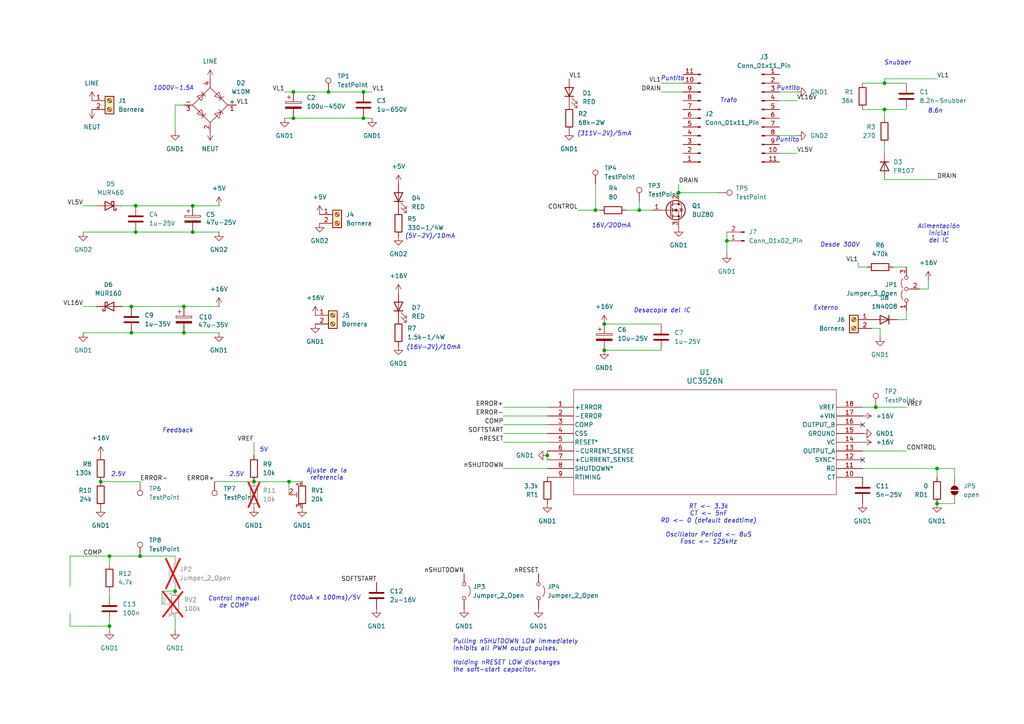
<source format=kicad_sch>
(kicad_sch (version 20250114) (generator "eeschema") (generator_version "9.0")
  (paper "A4")
  (title_block (title "TP2 - Convertidor Flyback") (date "2025-05-10") (company "22.28 - Electrónica de Potencia") (comment 1 "Grupo 3: CILFONE, DI SANZO, FIGUEROA, GIOIA, HEIR"))
  (lib_symbols
    (symbol "2025-05-07_14-56-34:UC3526N" (pin_names (offset 0.254))
      (property "Reference" "U" (at 45.72 10.16 0))
      (property "Value" "UC3526N" (at 45.72 7.62 0))
      (symbol "UC3526N_0_1"
        (pin unspecified line (at 0 0 0) (length 7.62) (name "+ERROR") (number "1"))
        (pin unspecified line (at 0 -2.54 0) (length 7.62) (name "-ERROR") (number "2"))
        (pin unspecified line (at 0 -5.08 0) (length 7.62) (name "COMP") (number "3"))
        (pin unspecified line (at 0 -7.62 0) (length 7.62) (name "CSS") (number "4"))
        (pin unspecified line (at 0 -10.16 0) (length 7.62) (name "RESET*") (number "5"))
        (pin unspecified line (at 0 -12.7 0) (length 7.62) (name "-CURRENT_SENSE") (number "6"))
        (pin unspecified line (at 0 -15.24 0) (length 7.62) (name "+CURRENT_SENSE") (number "7"))
        (pin unspecified line (at 0 -17.78 0) (length 7.62) (name "SHUTDOWN*") (number "8"))
        (pin unspecified line (at 0 -20.32 0) (length 7.62) (name "RTIMING") (number "9"))
        (pin unspecified line (at 91.44 0 180) (length 7.62) (name "VREF") (number "18"))
        (pin unspecified line (at 91.44 -2.54 180) (length 7.62) (name "+VIN") (number "17"))
        (pin output line (at 91.44 -5.08 180) (length 7.62) (name "OUTPUT_B") (number "16"))
        (pin power_in line (at 91.44 -7.62 180) (length 7.62) (name "GROUND") (number "15"))
        (pin power_in line (at 91.44 -10.16 180) (length 7.62) (name "VC") (number "14"))
        (pin output line (at 91.44 -12.7 180) (length 7.62) (name "OUTPUT_A") (number "13"))
        (pin unspecified line (at 91.44 -15.24 180) (length 7.62) (name "SYNC*") (number "12"))
        (pin unspecified line (at 91.44 -17.78 180) (length 7.62) (name "RD") (number "11"))
        (pin unspecified line (at 91.44 -20.32 180) (length 7.62) (name "CT") (number "10"))
      )
    )
    (symbol "Connector:Conn_01x02_Pin" (pin_names (offset 1.016) (hide yes))
      (property "Reference" "J" (at 0 2.54 0))
      (property "Value" "Conn_01x02_Pin" (at 0 -5.08 0))
      (symbol "Conn_01x02_Pin_1_1"
        (pin passive line (at 5.08 0 180) (length 3.81) (name "Pin_1") (number "1"))
        (pin passive line (at 5.08 -2.54 180) (length 3.81) (name "Pin_2") (number "2"))
      )
    )
    (symbol "Connector:Conn_01x11_Pin" (pin_names (offset 1.016) (hide yes))
      (property "Reference" "J" (at 0 15.24 0))
      (property "Value" "Conn_01x11_Pin" (at 0 -15.24 0))
      (symbol "Conn_01x11_Pin_1_1"
        (pin passive line (at 5.08 12.7 180) (length 3.81) (name "Pin_1") (number "1"))
        (pin passive line (at 5.08 10.16 180) (length 3.81) (name "Pin_2") (number "2"))
        (pin passive line (at 5.08 7.62 180) (length 3.81) (name "Pin_3") (number "3"))
        (pin passive line (at 5.08 5.08 180) (length 3.81) (name "Pin_4") (number "4"))
        (pin passive line (at 5.08 2.54 180) (length 3.81) (name "Pin_5") (number "5"))
        (pin passive line (at 5.08 0 180) (length 3.81) (name "Pin_6") (number "6"))
        (pin passive line (at 5.08 -2.54 180) (length 3.81) (name "Pin_7") (number "7"))
        (pin passive line (at 5.08 -5.08 180) (length 3.81) (name "Pin_8") (number "8"))
        (pin passive line (at 5.08 -7.62 180) (length 3.81) (name "Pin_9") (number "9"))
        (pin passive line (at 5.08 -10.16 180) (length 3.81) (name "Pin_10") (number "10"))
        (pin passive line (at 5.08 -12.7 180) (length 3.81) (name "Pin_11") (number "11"))
      )
    )
    (symbol "Connector:Screw_Terminal_01x02" (pin_names (offset 1.016) (hide yes))
      (property "Reference" "J" (at 0 2.54 0))
      (property "Value" "Screw_Terminal_01x02" (at 0 -5.08 0))
      (symbol "Screw_Terminal_01x02_1_1"
        (pin passive line (at -5.08 0 0) (length 3.81) (name "Pin_1") (number "1"))
        (pin passive line (at -5.08 -2.54 0) (length 3.81) (name "Pin_2") (number "2"))
      )
    )
    (symbol "Connector:TestPoint" (pin_numbers (hide yes)) (pin_names (offset 0.762) (hide yes))
      (property "Reference" "TP" (at 0 6.858 0))
      (property "Value" "TestPoint" (at 0 5.08 0))
      (symbol "TestPoint_1_1"
        (pin passive line (at 0 0 90) (length 2.54) (name "1") (number "1"))
      )
    )
    (symbol "Device:C" (pin_numbers (hide yes)) (pin_names (offset 0.254))
      (property "Reference" "C" (at 0.635 2.54 0))
      (property "Value" "C" (at 0.635 -2.54 0))
      (symbol "C_1_1"
        (pin passive line (at 0 3.81 270) (length 2.794) (name "~") (number "1"))
        (pin passive line (at 0 -3.81 90) (length 2.794) (name "~") (number "2"))
      )
    )
    (symbol "Device:C_Polarized" (pin_numbers (hide yes)) (pin_names (offset 0.254))
      (property "Reference" "C" (at 0.635 2.54 0))
      (property "Value" "C_Polarized" (at 0.635 -2.54 0))
      (symbol "C_Polarized_1_1"
        (pin passive line (at 0 3.81 270) (length 2.794) (name "~") (number "1"))
        (pin passive line (at 0 -3.81 90) (length 2.794) (name "~") (number "2"))
      )
    )
    (symbol "Device:LED" (pin_numbers (hide yes)) (pin_names (offset 1.016) (hide yes))
      (property "Reference" "D" (at 0 2.54 0))
      (property "Value" "LED" (at 0 -2.54 0))
      (symbol "LED_1_1"
        (pin passive line (at -3.81 0 0) (length 2.54) (name "K") (number "1"))
        (pin passive line (at 3.81 0 180) (length 2.54) (name "A") (number "2"))
      )
    )
    (symbol "Device:R" (pin_numbers (hide yes)) (pin_names (offset 0))
      (property "Reference" "R" (at 2.032 0 90))
      (property "Value" "R" (at 0 0 90))
      (symbol "R_1_1"
        (pin passive line (at 0 3.81 270) (length 1.27) (name "~") (number "1"))
        (pin passive line (at 0 -3.81 90) (length 1.27) (name "~") (number "2"))
      )
    )
    (symbol "Device:R_Potentiometer_Trim" (pin_names (offset 1.016) (hide yes))
      (property "Reference" "RV" (at -4.445 0 90))
      (property "Value" "R_Potentiometer_Trim" (at -2.54 0 90))
      (symbol "R_Potentiometer_Trim_1_1"
        (pin passive line (at 0 3.81 270) (length 1.27) (name "1") (number "1"))
        (pin passive line (at 0 -3.81 90) (length 1.27) (name "3") (number "3"))
        (pin passive line (at 3.81 0 180) (length 1.27) (name "2") (number "2"))
      )
    )
    (symbol "Diode:1N4006" (pin_numbers (hide yes)) (pin_names (hide yes))
      (property "Reference" "D" (at 0 2.54 0))
      (property "Value" "1N4006" (at 0 -2.54 0))
      (symbol "1N4006_1_1"
        (pin passive line (at -3.81 0 0) (length 2.54) (name "K") (number "1"))
        (pin passive line (at 3.81 0 180) (length 2.54) (name "A") (number "2"))
      )
    )
    (symbol "Diode:MBR340" (pin_numbers (hide yes)) (pin_names (offset 1.016) (hide yes))
      (property "Reference" "D" (at 0 2.54 0))
      (property "Value" "MBR340" (at 0 -2.54 0))
      (symbol "MBR340_1_1"
        (pin passive line (at -3.81 0 0) (length 2.54) (name "K") (number "1"))
        (pin passive line (at 3.81 0 180) (length 2.54) (name "A") (number "2"))
      )
    )
    (symbol "Diode_Bridge:RB157" (pin_names (offset 0))
      (property "Reference" "D" (at 2.54 6.985 0))
      (property "Value" "RB157" (at 2.54 5.08 0))
      (symbol "RB157_1_1"
        (pin passive line (at -7.62 0 0) (length 2.54) (name "-") (number "3"))
        (pin passive line (at 0 7.62 270) (length 2.54) (name "~") (number "4"))
        (pin passive line (at 0 -7.62 90) (length 2.54) (name "~") (number "2"))
        (pin passive line (at 7.62 0 180) (length 2.54) (name "+") (number "1"))
      )
    )
    (symbol "Jumper:Jumper_2_Open" (pin_numbers (hide yes)) (pin_names (offset 0) (hide yes)) (exclude_from_sim yes)
      (property "Reference" "JP" (at 0 2.794 0))
      (property "Value" "Jumper_2_Open" (at 0 -2.286 0))
      (symbol "Jumper_2_Open_1_1"
        (pin passive line (at -5.08 0 0) (length 2.54) (name "A") (number "1"))
        (pin passive line (at 5.08 0 180) (length 2.54) (name "B") (number "2"))
      )
    )
    (symbol "Jumper:Jumper_3_Open" (pin_names (offset 0) (hide yes)) (in_bom no)
      (property "Reference" "JP" (at -2.54 -2.54 0))
      (property "Value" "Jumper_3_Open" (at 0 2.794 0))
      (symbol "Jumper_3_Open_1_1"
        (pin passive line (at -6.35 0 0) (length 2.54) (name "A") (number "1"))
        (pin passive line (at 0 -3.81 90) (length 2.54) (name "C") (number "2"))
        (pin passive line (at 6.35 0 180) (length 2.54) (name "B") (number "3"))
      )
    )
    (symbol "Jumper:SolderJumper_2_Open" (pin_numbers (hide yes)) (pin_names (offset 0) (hide yes)) (in_bom no)
      (property "Reference" "JP" (at 0 2.032 0))
      (property "Value" "SolderJumper_2_Open" (at 0 -2.54 0))
      (symbol "SolderJumper_2_Open_1_1"
        (pin passive line (at -3.81 0 0) (length 2.54) (name "A") (number "1"))
        (pin passive line (at 3.81 0 180) (length 2.54) (name "B") (number "2"))
      )
    )
    (symbol "Transistor_FET:IRF540N" (pin_names (hide yes))
      (property "Reference" "Q" (at 5.08 1.905 0))
      (property "Value" "IRF540N" (at 5.08 0 0))
      (symbol "IRF540N_1_1"
        (pin input line (at -5.08 0 0) (length 2.54) (name "G") (number "1"))
        (pin passive line (at 2.54 5.08 270) (length 2.54) (name "D") (number "2"))
        (pin passive line (at 2.54 -5.08 90) (length 2.54) (name "S") (number "3"))
      )
    )
    (symbol "power:+12V" (power) (pin_numbers (hide yes)) (pin_names (offset 0) (hide yes))
      (property "Value" "+12V" (at 0 3.556 0))
      (symbol "+12V_1_1"
        (pin power_in line (at 0 0 90) (length 0) (name "~") (number "1"))
      )
    )
    (symbol "power:GND1" (power) (pin_numbers (hide yes)) (pin_names (offset 0) (hide yes))
      (property "Value" "GND1" (at 0 -3.81 0))
      (symbol "GND1_1_1"
        (pin power_in line (at 0 0 270) (length 0) (name "~") (number "1"))
      )
    )
    (symbol "power:GND2" (power) (pin_numbers (hide yes)) (pin_names (offset 0) (hide yes))
      (property "Value" "GND2" (at 0 -3.81 0))
      (symbol "GND2_1_1"
        (pin power_in line (at 0 0 270) (length 0) (name "~") (number "1"))
      )
    )
    (symbol "power:LINE" (power) (pin_numbers (hide yes)) (pin_names (offset 0) (hide yes))
      (property "Value" "LINE" (at 0 3.556 0))
      (symbol "LINE_1_1"
        (pin power_in line (at 0 0 90) (length 0) (name "~") (number "1"))
      )
    )
    (symbol "power:NEUT" (power) (pin_numbers (hide yes)) (pin_names (offset 0) (hide yes))
      (property "Value" "NEUT" (at 0 3.556 0))
      (symbol "NEUT_1_1"
        (pin power_in line (at 0 0 90) (length 0) (name "~") (number "1"))
      )
    )
  )
  (text "Pulling nSHUTDOWN LOW immediately \ninhibits all PWM output pulses.\n\nHolding nRESET LOW discharges\nthe soft-start capacitor." (at 131.318 190.246 0) (effects (font (size 1.27 1.27) (italic yes)) (justify left)))
  (text "16V/200mA" (at 177.292 65.532 0) (effects (font (size 1.27 1.27) (italic yes))))
  (text "Snubber" (at 260.35 18.288 0) (effects (font (size 1.27 1.27) (italic yes))))
  (text "Feedback" (at 51.562 124.968 0) (effects (font (size 1.27 1.27) (italic yes))))
  (text "2.5V" (at 68.58 137.668 0) (effects (font (size 1.27 1.27) (italic yes))))
  (text "8.6n" (at 271.272 32.258 0) (effects (font (size 1.27 1.27) (italic yes))))
  (text "5V" (at 76.454 130.556 0) (effects (font (size 1.27 1.27) (italic yes))))
  (text "Trafo" (at 211.328 29.21 0) (effects (font (size 1.27 1.27) (italic yes))))
  (text "Desde 300V" (at 243.586 71.12 0) (effects (font (size 1.27 1.27) (italic yes))))
  (text "(5V-2V)/10mA" (at 124.714 68.58 0) (effects (font (size 1.27 1.27) (italic yes))))
  (text "Desacople del IC" (at 192.024 90.17 0) (effects (font (size 1.27 1.27) (italic yes))))
  (text "Control manual\nde COMP" (at 67.818 174.752 0) (effects (font (size 1.27 1.27) (italic yes))))
  (text "Ajuste de la\nreferencia\n" (at 94.742 137.668 0) (effects (font (size 1.27 1.27) (italic yes))))
  (text "Alimentación\ninicial\ndel IC" (at 272.288 67.818 0) (effects (font (size 1.27 1.27) (italic yes))))
  (text "Externo" (at 239.522 89.408 0) (effects (font (size 1.27 1.27) (italic yes))))
  (text "RT <- 3.3k\nCT <- 5nF\nRD <- 0 (default deadtime)\n\nOscillator Period <- 8uS\nFosc <- 125kHz" (at 205.486 152.146 0) (effects (font (size 1.27 1.27) (italic yes))))
  (text "(100uA x 100ms)/5V" (at 94.234 173.482 0) (effects (font (size 1.27 1.27) (italic yes))))
  (text "1000V-1.5A" (at 50.292 25.654 0) (effects (font (size 1.27 1.27) (italic yes))))
  (text "(311V-2V)/5mA" (at 175.26 38.862 0) (effects (font (size 1.27 1.27) (italic yes))))
  (text "2.5V" (at 34.29 137.668 0) (effects (font (size 1.27 1.27) (italic yes))))
  (text "Puntito" (at 228.6 25.654 0) (effects (font (size 1.27 1.27) (italic yes))))
  (text "Puntito" (at 195.072 22.86 0) (effects (font (size 1.27 1.27) (italic yes))))
  (text "(16V-2V)/10mA" (at 125.73 100.838 0) (effects (font (size 1.27 1.27) (italic yes))))
  (text "Puntito" (at 228.346 40.64 0) (effects (font (size 1.27 1.27) (italic yes))))
  (junction (at 39.37 59.69))
  (junction (at 29.21 139.7))
  (junction (at 83.82 139.7))
  (junction (at 271.78 135.89))
  (junction (at 196.85 55.88))
  (junction (at 175.26 101.6))
  (junction (at 172.72 60.96))
  (junction (at 158.75 132.08))
  (junction (at 55.88 67.31))
  (junction (at 105.41 26.67))
  (junction (at 53.34 96.52))
  (junction (at 31.75 161.29))
  (junction (at 175.26 93.98))
  (junction (at 85.09 34.29))
  (junction (at 73.66 139.7))
  (junction (at 254 118.11))
  (junction (at 271.78 146.05))
  (junction (at 39.37 67.31))
  (junction (at 210.82 69.85))
  (junction (at 105.41 34.29))
  (junction (at 53.34 88.9))
  (junction (at 55.88 59.69))
  (junction (at 38.1 88.9))
  (junction (at 31.75 181.61))
  (junction (at 85.09 26.67))
  (junction (at 50.8 171.45))
  (junction (at 185.42 60.96))
  (junction (at 95.25 26.67))
  (junction (at 256.54 31.75))
  (junction (at 40.64 161.29))
  (junction (at 38.1 96.52))
  (junction (at 256.54 24.13))
  (no_connect (at 250.19 133.35))
  (no_connect (at 250.19 123.19))
  (wire (pts (xy 31.75 182.88) (xy 31.75 181.61)))
  (wire (pts (xy 196.85 53.34) (xy 196.85 55.88)))
  (wire (pts (xy 226.06 29.21) (xy 231.14 29.21)))
  (wire (pts (xy 248.92 76.2) (xy 248.92 77.47)))
  (wire (pts (xy 38.1 96.52) (xy 53.34 96.52)))
  (wire (pts (xy 35.56 59.69) (xy 39.37 59.69)))
  (wire (pts (xy 172.72 53.34) (xy 172.72 60.96)))
  (wire (pts (xy 53.34 30.48) (xy 50.8 30.48)))
  (wire (pts (xy 146.05 118.11) (xy 158.75 118.11)))
  (wire (pts (xy 24.13 96.52) (xy 38.1 96.52)))
  (wire (pts (xy 175.26 93.98) (xy 191.77 93.98)))
  (wire (pts (xy 269.24 81.28) (xy 269.24 83.82)))
  (wire (pts (xy 269.24 83.82) (xy 266.7 83.82)))
  (wire (pts (xy 39.37 67.31) (xy 55.88 67.31)))
  (wire (pts (xy 73.66 139.7) (xy 83.82 139.7)))
  (wire (pts (xy 158.75 130.81) (xy 158.75 132.08)))
  (wire (pts (xy 85.09 34.29) (xy 105.41 34.29)))
  (wire (pts (xy 146.05 120.65) (xy 158.75 120.65)))
  (wire (pts (xy 181.61 60.96) (xy 185.42 60.96)))
  (wire (pts (xy 31.75 161.29) (xy 40.64 161.29)))
  (wire (pts (xy 172.72 60.96) (xy 173.99 60.96)))
  (wire (pts (xy 82.55 26.67) (xy 85.09 26.67)))
  (wire (pts (xy 255.27 95.25) (xy 255.27 97.79)))
  (wire (pts (xy 24.13 59.69) (xy 27.94 59.69)))
  (wire (pts (xy 50.8 30.48) (xy 50.8 38.1)))
  (wire (pts (xy 250.19 118.11) (xy 254 118.11)))
  (wire (pts (xy 226.06 26.67) (xy 231.14 26.67)))
  (wire (pts (xy 226.06 39.37) (xy 231.14 39.37)))
  (wire (pts (xy 271.78 146.05) (xy 276.86 146.05)))
  (wire (pts (xy 29.21 139.7) (xy 40.64 139.7)))
  (wire (pts (xy 40.64 161.29) (xy 50.8 161.29)))
  (wire (pts (xy 250.19 135.89) (xy 271.78 135.89)))
  (wire (pts (xy 105.41 26.67) (xy 107.95 26.67)))
  (wire (pts (xy 38.1 88.9) (xy 53.34 88.9)))
  (wire (pts (xy 256.54 41.91) (xy 256.54 44.45)))
  (wire (pts (xy 83.82 139.7) (xy 83.82 143.51)))
  (wire (pts (xy 20.32 170.18) (xy 20.32 161.29)))
  (wire (pts (xy 55.88 67.31) (xy 63.5 67.31)))
  (wire (pts (xy 185.42 58.42) (xy 185.42 60.96)))
  (wire (pts (xy 50.8 179.07) (xy 50.8 182.88)))
  (wire (pts (xy 158.75 132.08) (xy 158.75 133.35)))
  (wire (pts (xy 210.82 69.85) (xy 210.82 73.66)))
  (wire (pts (xy 250.19 130.81) (xy 262.89 130.81)))
  (wire (pts (xy 256.54 31.75) (xy 262.89 31.75)))
  (wire (pts (xy 82.55 34.29) (xy 85.09 34.29)))
  (wire (pts (xy 31.75 163.83) (xy 31.75 161.29)))
  (wire (pts (xy 175.26 101.6) (xy 191.77 101.6)))
  (wire (pts (xy 256.54 24.13) (xy 256.54 22.86)))
  (wire (pts (xy 185.42 60.96) (xy 189.23 60.96)))
  (wire (pts (xy 73.66 128.27) (xy 73.66 132.08)))
  (wire (pts (xy 196.85 55.88) (xy 208.28 55.88)))
  (wire (pts (xy 20.32 161.29) (xy 31.75 161.29)))
  (wire (pts (xy 105.41 34.29) (xy 107.95 34.29)))
  (wire (pts (xy 24.13 67.31) (xy 39.37 67.31)))
  (wire (pts (xy 146.05 123.19) (xy 158.75 123.19)))
  (wire (pts (xy 191.77 24.13) (xy 198.12 24.13)))
  (wire (pts (xy 271.78 135.89) (xy 271.78 138.43)))
  (wire (pts (xy 50.8 171.45) (xy 46.99 171.45)))
  (wire (pts (xy 146.05 128.27) (xy 158.75 128.27)))
  (wire (pts (xy 24.13 88.9) (xy 27.94 88.9)))
  (wire (pts (xy 95.25 26.67) (xy 105.41 26.67)))
  (wire (pts (xy 276.86 135.89) (xy 271.78 135.89)))
  (wire (pts (xy 250.19 24.13) (xy 256.54 24.13)))
  (wire (pts (xy 256.54 31.75) (xy 256.54 34.29)))
  (wire (pts (xy 53.34 96.52) (xy 63.5 96.52)))
  (wire (pts (xy 256.54 22.86) (xy 271.78 22.86)))
  (wire (pts (xy 276.86 138.43) (xy 276.86 135.89)))
  (wire (pts (xy 256.54 52.07) (xy 271.78 52.07)))
  (wire (pts (xy 259.08 77.47) (xy 262.89 77.47)))
  (wire (pts (xy 248.92 77.47) (xy 251.46 77.47)))
  (wire (pts (xy 146.05 135.89) (xy 158.75 135.89)))
  (wire (pts (xy 35.56 88.9) (xy 38.1 88.9)))
  (wire (pts (xy 252.73 95.25) (xy 255.27 95.25)))
  (wire (pts (xy 73.66 139.7) (xy 62.23 139.7)))
  (wire (pts (xy 31.75 181.61) (xy 31.75 180.34)))
  (wire (pts (xy 262.89 90.17) (xy 262.89 92.71)))
  (wire (pts (xy 250.19 31.75) (xy 256.54 31.75)))
  (wire (pts (xy 53.34 88.9) (xy 63.5 88.9)))
  (wire (pts (xy 20.32 177.8) (xy 20.32 181.61)))
  (wire (pts (xy 87.63 139.7) (xy 83.82 139.7)))
  (wire (pts (xy 167.64 60.96) (xy 172.72 60.96)))
  (wire (pts (xy 210.82 67.31) (xy 210.82 69.85)))
  (wire (pts (xy 39.37 59.69) (xy 55.88 59.69)))
  (wire (pts (xy 256.54 24.13) (xy 262.89 24.13)))
  (wire (pts (xy 31.75 172.72) (xy 31.75 171.45)))
  (wire (pts (xy 46.99 171.45) (xy 46.99 175.26)))
  (wire (pts (xy 20.32 181.61) (xy 31.75 181.61)))
  (wire (pts (xy 191.77 26.67) (xy 198.12 26.67)))
  (wire (pts (xy 260.35 92.71) (xy 262.89 92.71)))
  (wire (pts (xy 254 118.11) (xy 262.89 118.11)))
  (wire (pts (xy 55.88 59.69) (xy 63.5 59.69)))
  (wire (pts (xy 226.06 44.45) (xy 231.14 44.45)))
  (wire (pts (xy 85.09 26.67) (xy 95.25 26.67)))
  (wire (pts (xy 146.05 125.73) (xy 158.75 125.73)))
  (label "COMP" (at 146.05 123.19 180))
  (label "nRESET" (at 156.21 166.37 180))
  (label "VL1" (at 191.77 24.13 180))
  (label "VL1" (at 271.78 22.86 0))
  (label "VREF" (at 73.66 128.27 180))
  (label "VREF" (at 262.89 118.11 0))
  (label "ERROR-" (at 146.05 120.65 180))
  (label "COMP" (at 24.13 161.29 0))
  (label "VL5V" (at 231.14 44.45 0))
  (label "SOFTSTART" (at 146.05 125.73 180))
  (label "DRAIN" (at 196.85 53.34 0))
  (label "CONTROL" (at 167.64 60.96 180))
  (label "nSHUTDOWN" (at 134.62 166.37 180))
  (label "VL16V" (at 231.14 29.21 0))
  (label "ERROR+" (at 146.05 118.11 180))
  (label "SOFTSTART" (at 109.22 168.91 180))
  (label "DRAIN" (at 191.77 26.67 180))
  (label "ERROR+" (at 62.23 139.7 180))
  (label "VL1" (at 107.95 26.67 0))
  (label "VL1" (at 82.55 26.67 180))
  (label "VL16V" (at 24.13 88.9 180))
  (label "CONTROL" (at 262.89 130.81 0))
  (label "ERROR-" (at 40.64 139.7 0))
  (label "DRAIN" (at 271.78 52.07 0))
  (label "VL5V" (at 24.13 59.69 180))
  (label "VL1" (at 68.58 30.48 0))
  (label "nRESET" (at 146.05 128.27 180))
  (label "VL1" (at 248.92 76.2 180))
  (label "nSHUTDOWN" (at 146.05 135.89 180))
  (label "VL1" (at 165.1 22.86 0))
  (symbol (lib_id "Connector:Screw_Terminal_01x02") (at 31.75 29.21 0) (unit 1)
    (property "Reference" "J1" (at 34.29 29.2099 0) (effects (justify left)))
    (property "Value" "Bornera" (at 34.29 31.7499 0) (effects (justify left)))
    (property "Footprint" "TerminalBlock:TerminalBlock_bornier-2_P5.08mm" (effects (hide yes)))
    (property "Description" "Generic screw terminal, single row, 01x02, script generated (kicad-library-utils/schlib/autogen/connector/)" (effects (hide yes)))
  )
  (symbol (lib_id "power:+12V") (at 115.57 53.34 0) (unit 1)
    (property "Reference" "#PWR011" (effects (hide yes)))
    (property "Value" "+5V" (at 115.57 48.26 0))
    (property "Description" "Power symbol creates a global label with name \"+12V\"" (effects (hide yes)))
  )
  (symbol (lib_id "power:GND1") (at 175.26 101.6 0) (unit 1)
    (property "Reference" "#PWR024" (effects (hide yes)))
    (property "Value" "GND1" (at 175.26 106.68 0))
    (property "Description" "Power symbol creates a global label with name \"GND1\" , ground" (effects (hide yes)))
  )
  (symbol (lib_id "power:GND2") (at 115.57 68.58 0) (unit 1)
    (property "Reference" "#PWR018" (effects (hide yes)))
    (property "Value" "GND2" (at 115.57 73.66 0))
    (property "Description" "Power symbol creates a global label with name \"GND2\" , ground" (effects (hide yes)))
  )
  (symbol (lib_id "power:GND1") (at 107.95 34.29 0) (unit 1)
    (property "Reference" "#PWR06" (effects (hide yes)))
    (property "Value" "GND1" (at 107.95 39.37 0))
    (property "Description" "Power symbol creates a global label with name \"GND1\" , ground" (effects (hide yes)))
  )
  (symbol (lib_id "Diode:1N4006") (at 256.54 92.71 180) (unit 1)
    (property "Reference" "D8" (at 256.54 86.36 0))
    (property "Value" "1N4008" (at 256.54 88.9 0))
    (property "Footprint" "Diode_THT:D_DO-41_SOD81_P10.16mm_Horizontal" (effects (hide yes)))
    (property "Datasheet" "http://www.vishay.com/docs/88503/1n4001.pdf" (effects (hide yes)))
    (property "Description" "800V 1A General Purpose Rectifier Diode, DO-41" (effects (hide yes)))
    (property "Sim.Device" "D" (effects (hide yes)))
    (property "Sim.Pins" "1=K 2=A" (effects (hide yes)))
  )
  (symbol (lib_id "power:GND1") (at 63.5 96.52 0) (unit 1)
    (property "Reference" "#PWR027" (effects (hide yes)))
    (property "Value" "GND1" (at 63.5 101.6 0))
    (property "Description" "Power symbol creates a global label with name \"GND1\" , ground" (effects (hide yes)))
  )
  (symbol (lib_id "power:GND1") (at 91.44 93.98 0) (unit 1)
    (property "Reference" "#PWR025" (effects (hide yes)))
    (property "Value" "GND1" (at 91.44 99.06 0))
    (property "Description" "Power symbol creates a global label with name \"GND1\" , ground" (effects (hide yes)))
  )
  (symbol (lib_id "power:LINE") (at 60.96 22.86 0) (unit 1)
    (property "Reference" "#PWR01" (effects (hide yes)))
    (property "Value" "LINE" (at 60.96 17.78 0))
    (property "Description" "Power symbol creates a global label with name \"LINE\"" (effects (hide yes)))
  )
  (symbol (lib_id "Device:R") (at 177.8 60.96 90) (unit 1)
    (property "Reference" "R4" (at 177.8 54.61 90))
    (property "Value" "80" (at 177.8 57.15 90))
    (property "Footprint" "Resistor_THT:R_Axial_DIN0207_L6.3mm_D2.5mm_P7.62mm_Horizontal" (effects (hide yes)))
    (property "Description" "Resistor" (effects (hide yes)))
  )
  (symbol (lib_id "Device:C_Polarized") (at 85.09 30.48 0) (unit 1)
    (property "Reference" "C2" (at 88.9 28.3209 0) (effects (justify left)))
    (property "Value" "100u-450V" (at 88.9 30.8609 0) (effects (justify left)))
    (property "Footprint" "Capacitor_THT:CP_Radial_D17.0mm_P7.50mm" (effects (hide yes)))
    (property "Description" "Polarized capacitor" (effects (hide yes)))
  )
  (symbol (lib_id "power:GND1") (at 134.62 176.53 0) (unit 1)
    (property "Reference" "#PWR041" (effects (hide yes)))
    (property "Value" "GND1" (at 134.62 181.61 0))
    (property "Description" "Power symbol creates a global label with name \"GND1\" , ground" (effects (hide yes)))
  )
  (symbol (lib_id "Connector:TestPoint") (at 40.64 161.29 0) (unit 1)
    (property "Reference" "TP8" (at 43.18 156.7179 0) (effects (justify left)))
    (property "Value" "TestPoint" (at 43.18 159.2579 0) (effects (justify left)))
    (property "Footprint" "Connector_Pin:Pin_D1.0mm_L10.0mm" (effects (hide yes)))
    (property "Description" "test point" (effects (hide yes)))
  )
  (symbol (lib_id "power:GND2") (at 231.14 39.37 90) (unit 1)
    (property "Reference" "#PWR02" (effects (hide yes)))
    (property "Value" "GND2" (at 234.95 39.3699 90) (effects (justify right)))
    (property "Description" "Power symbol creates a global label with name \"GND2\" , ground" (effects (hide yes)))
  )
  (symbol (lib_id "Connector:Screw_Terminal_01x02") (at 96.52 91.44 0) (unit 1)
    (property "Reference" "J5" (at 99.06 91.4399 0) (effects (justify left)))
    (property "Value" "Bornera" (at 99.06 93.9799 0) (effects (justify left)))
    (property "Footprint" "TerminalBlock:TerminalBlock_bornier-2_P5.08mm" (effects (hide yes)))
    (property "Description" "Generic screw terminal, single row, 01x02, script generated (kicad-library-utils/schlib/autogen/connector/)" (effects (hide yes)))
  )
  (symbol (lib_id "Connector:TestPoint") (at 185.42 58.42 0) (unit 1)
    (property "Reference" "TP3" (at 187.96 53.8479 0) (effects (justify left)))
    (property "Value" "TestPoint" (at 187.96 56.3879 0) (effects (justify left)))
    (property "Footprint" "Connector_Pin:Pin_D1.0mm_L10.0mm" (effects (hide yes)))
    (property "Description" "test point" (effects (hide yes)))
  )
  (symbol (lib_id "power:+12V") (at 92.71 62.23 0) (unit 1)
    (property "Reference" "#PWR013" (effects (hide yes)))
    (property "Value" "+5V" (at 92.71 57.15 0))
    (property "Description" "Power symbol creates a global label with name \"+12V\"" (effects (hide yes)))
  )
  (symbol (lib_id "Connector:TestPoint") (at 208.28 55.88 270) (unit 1)
    (property "Reference" "TP5" (at 213.36 54.6099 90) (effects (justify left)))
    (property "Value" "TestPoint" (at 213.36 57.1499 90) (effects (justify left)))
    (property "Footprint" "Connector_Pin:Pin_D1.0mm_L10.0mm" (effects (hide yes)))
    (property "Description" "test point" (effects (hide yes)))
  )
  (symbol (lib_id "power:+12V") (at 63.5 88.9 0) (unit 1)
    (property "Reference" "#PWR022" (effects (hide yes)))
    (property "Value" "+16V" (at 63.5 83.82 0))
    (property "Description" "Power symbol creates a global label with name \"+12V\"" (effects (hide yes)))
  )
  (symbol (lib_id "Diode:MBR340") (at 31.75 59.69 180) (unit 1)
    (property "Reference" "D5" (at 32.0675 53.34 0))
    (property "Value" "MUR460" (at 32.0675 55.88 0))
    (property "Footprint" "Diode_THT:D_DO-201AD_P15.24mm_Horizontal" (effects (hide yes)))
    (property "Datasheet" "http://www.onsemi.com/pub_link/Collateral/MBR340-D.PDF" (effects (hide yes)))
    (property "Description" "40V 3A Schottky Barrier Rectifier Diode, DO-201AD" (effects (hide yes)))
  )
  (symbol (lib_id "Connector:Conn_01x11_Pin") (at 203.2 34.29 180) (unit 1)
    (property "Reference" "J2" (at 204.47 33.0199 0) (effects (justify right)))
    (property "Value" "Conn_01x11_Pin" (at 204.47 35.5599 0) (effects (justify right)))
    (property "Footprint" "Connector_Phoenix_MSTB:PhoenixContact_MSTB_2,5_11-GF_1x11_P5.00mm_Horizontal_ThreadedFlange" (effects (hide yes)))
    (property "Description" "Generic connector, single row, 01x11, script generated" (effects (hide yes)))
  )
  (symbol (lib_id "Device:LED") (at 165.1 26.67 90) (unit 1)
    (property "Reference" "D1" (at 168.91 26.9874 90) (effects (justify right)))
    (property "Value" "RED" (at 168.91 29.5274 90) (effects (justify right)))
    (property "Footprint" "LED_THT:LED_D3.0mm" (effects (hide yes)))
    (property "Description" "Light emitting diode" (effects (hide yes)))
    (property "Sim.Pins" "1=K 2=A" (effects (hide yes)))
  )
  (symbol (lib_id "power:GND1") (at 231.14 26.67 90) (unit 1)
    (property "Reference" "#PWR010" (effects (hide yes)))
    (property "Value" "GND1" (at 234.95 26.6699 90) (effects (justify right)))
    (property "Description" "Power symbol creates a global label with name \"GND1\" , ground" (effects (hide yes)))
  )
  (symbol (lib_id "Device:R") (at 73.66 143.51 0) (unit 1) (dnp yes)
    (property "Reference" "R11" (at 76.2 142.2399 0) (effects (justify left)))
    (property "Value" "10k" (at 76.2 144.7799 0) (effects (justify left)))
    (property "Footprint" "Resistor_THT:R_Axial_DIN0207_L6.3mm_D2.5mm_P7.62mm_Horizontal" (effects (hide yes)))
    (property "Description" "Resistor" (effects (hide yes)))
  )
  (symbol (lib_id "power:+12V") (at 250.19 128.27 270) (unit 1)
    (property "Reference" "#PWR032" (effects (hide yes)))
    (property "Value" "+16V" (at 254 128.2699 90) (effects (justify left)))
    (property "Description" "Power symbol creates a global label with name \"+12V\"" (effects (hide yes)))
  )
  (symbol (lib_id "power:GND2") (at 92.71 64.77 0) (unit 1)
    (property "Reference" "#PWR014" (effects (hide yes)))
    (property "Value" "GND2" (at 92.71 69.85 0))
    (property "Description" "Power symbol creates a global label with name \"GND2\" , ground" (effects (hide yes)))
  )
  (symbol (lib_id "power:GND1") (at 158.75 132.08 270) (unit 1)
    (property "Reference" "#PWR045" (effects (hide yes)))
    (property "Value" "GND1" (at 154.94 132.0799 90) (effects (justify right)))
    (property "Description" "Power symbol creates a global label with name \"GND1\" , ground" (effects (hide yes)))
  )
  (symbol (lib_id "Connector:TestPoint") (at 62.23 139.7 180) (unit 1)
    (property "Reference" "TP7" (at 64.77 141.7319 0) (effects (justify right)))
    (property "Value" "TestPoint" (at 64.77 144.2719 0) (effects (justify right)))
    (property "Footprint" "Connector_Pin:Pin_D1.0mm_L10.0mm" (effects (hide yes)))
    (property "Description" "test point" (effects (hide yes)))
  )
  (symbol (lib_id "Device:R") (at 115.57 96.52 0) (unit 1)
    (property "Reference" "R7" (at 118.11 95.2499 0) (effects (justify left)))
    (property "Value" "1.5k-1/4W" (at 118.11 97.7899 0) (effects (justify left)))
    (property "Footprint" "Resistor_SMD:R_0805_2012Metric_Pad1.20x1.40mm_HandSolder" (effects (hide yes)))
    (property "Description" "Resistor" (effects (hide yes)))
  )
  (symbol (lib_id "Device:C") (at 250.19 142.24 0) (unit 1)
    (property "Reference" "C11" (at 254 140.9699 0) (effects (justify left)))
    (property "Value" "5n-25V" (at 254 143.5099 0) (effects (justify left)))
    (property "Footprint" "Capacitor_THT:C_Disc_D4.3mm_W1.9mm_P5.00mm" (effects (hide yes)))
    (property "Description" "Unpolarized capacitor" (effects (hide yes)))
  )
  (symbol (lib_id "Connector:Conn_01x11_Pin") (at 220.98 34.29 0) (unit 1)
    (property "Reference" "J3" (at 221.615 16.51 0))
    (property "Value" "Conn_01x11_Pin" (at 221.615 19.05 0))
    (property "Footprint" "Connector_Phoenix_MSTB:PhoenixContact_MSTB_2,5_11-GF_1x11_P5.00mm_Horizontal_ThreadedFlange" (effects (hide yes)))
    (property "Description" "Generic connector, single row, 01x11, script generated" (effects (hide yes)))
  )
  (symbol (lib_id "power:GND1") (at 73.66 147.32 0) (mirror y) (unit 1)
    (property "Reference" "#PWR038" (effects (hide yes)))
    (property "Value" "GND1" (at 73.66 152.4 0))
    (property "Description" "Power symbol creates a global label with name \"GND1\" , ground" (effects (hide yes)))
  )
  (symbol (lib_id "power:GND1") (at 156.21 176.53 0) (unit 1)
    (property "Reference" "#PWR042" (effects (hide yes)))
    (property "Value" "GND1" (at 156.21 181.61 0))
    (property "Description" "Power symbol creates a global label with name \"GND1\" , ground" (effects (hide yes)))
  )
  (symbol (lib_id "Diode:MBR340") (at 31.75 88.9 0) (mirror x) (unit 1)
    (property "Reference" "D6" (at 31.4325 82.55 0))
    (property "Value" "MUR160" (at 31.4325 85.09 0))
    (property "Footprint" "Diode_THT:D_DO-201AD_P15.24mm_Horizontal" (effects (hide yes)))
    (property "Datasheet" "http://www.onsemi.com/pub_link/Collateral/MBR340-D.PDF" (effects (hide yes)))
    (property "Description" "40V 3A Schottky Barrier Rectifier Diode, DO-201AD" (effects (hide yes)))
  )
  (symbol (lib_id "Diode_Bridge:RB157") (at 60.96 30.48 0) (unit 1)
    (property "Reference" "D2" (at 69.85 24.0598 0))
    (property "Value" "W10M" (at 69.85 26.5998 0))
    (property "Footprint" "Diode_THT:Diode_Bridge_Round_D9.0mm" (effects (hide yes)))
    (property "Datasheet" "https://www.rectron.com/public/product_datasheets/rb151-rb157.pdf" (effects (hide yes)))
    (property "Description" "Single-Phase Bridge Rectifier, 700V Vrms, 1.5A If, WOG-like package" (effects (hide yes)))
  )
  (symbol (lib_id "Connector:TestPoint") (at 172.72 53.34 0) (unit 1)
    (property "Reference" "TP4" (at 175.26 48.7679 0) (effects (justify left)))
    (property "Value" "TestPoint" (at 175.26 51.3079 0) (effects (justify left)))
    (property "Footprint" "Connector_Pin:Pin_D1.0mm_L10.0mm" (effects (hide yes)))
    (property "Description" "test point" (effects (hide yes)))
  )
  (symbol (lib_id "Device:R") (at 29.21 143.51 0) (mirror y) (unit 1)
    (property "Reference" "R10" (at 26.67 142.2399 0) (effects (justify left)))
    (property "Value" "24k" (at 26.67 144.7799 0) (effects (justify left)))
    (property "Footprint" "Resistor_THT:R_Axial_DIN0207_L6.3mm_D2.5mm_P7.62mm_Horizontal" (effects (hide yes)))
    (property "Description" "Resistor" (effects (hide yes)))
  )
  (symbol (lib_id "Device:R") (at 31.75 167.64 0) (unit 1)
    (property "Reference" "R12" (at 34.29 166.3699 0) (effects (justify left)))
    (property "Value" "4.7k" (at 34.29 168.9099 0) (effects (justify left)))
    (property "Footprint" "Resistor_THT:R_Axial_DIN0207_L6.3mm_D2.5mm_P7.62mm_Horizontal" (effects (hide yes)))
    (property "Description" "Resistor" (effects (hide yes)))
  )
  (symbol (lib_id "Device:R") (at 115.57 64.77 0) (unit 1)
    (property "Reference" "R5" (at 118.11 63.4999 0) (effects (justify left)))
    (property "Value" "330-1/4W" (at 118.11 66.0399 0) (effects (justify left)))
    (property "Footprint" "Resistor_SMD:R_0805_2012Metric_Pad1.20x1.40mm_HandSolder" (effects (hide yes)))
    (property "Description" "Resistor" (effects (hide yes)))
  )
  (symbol (lib_id "power:GND1") (at 29.21 147.32 0) (unit 1)
    (property "Reference" "#PWR037" (effects (hide yes)))
    (property "Value" "GND1" (at 29.21 152.4 0))
    (property "Description" "Power symbol creates a global label with name \"GND1\" , ground" (effects (hide yes)))
  )
  (symbol (lib_id "power:LINE") (at 26.67 29.21 0) (unit 1)
    (property "Reference" "#PWR03" (effects (hide yes)))
    (property "Value" "LINE" (at 26.67 24.13 0))
    (property "Description" "Power symbol creates a global label with name \"LINE\"" (effects (hide yes)))
  )
  (symbol (lib_id "power:GND1") (at 250.19 125.73 90) (unit 1)
    (property "Reference" "#PWR031" (effects (hide yes)))
    (property "Value" "GND1" (at 254 125.7299 90) (effects (justify right)))
    (property "Description" "Power symbol creates a global label with name \"GND1\" , ground" (effects (hide yes)))
  )
  (symbol (lib_id "Device:C") (at 109.22 172.72 0) (unit 1)
    (property "Reference" "C12" (at 113.03 171.4499 0) (effects (justify left)))
    (property "Value" "2u-16V" (at 113.03 173.9899 0) (effects (justify left)))
    (property "Footprint" "Capacitor_THT:C_Disc_D4.3mm_W1.9mm_P5.00mm" (effects (hide yes)))
    (property "Description" "Unpolarized capacitor" (effects (hide yes)))
  )
  (symbol (lib_id "Jumper:Jumper_2_Open") (at 50.8 166.37 90) (unit 1) (dnp yes)
    (property "Reference" "JP2" (at 52.07 165.0999 90) (effects (justify right)))
    (property "Value" "Jumper_2_Open" (at 52.07 167.6399 90) (effects (justify right)))
    (property "Footprint" "TestPoint:TestPoint_2Pads_Pitch2.54mm_Drill0.8mm" (effects (hide yes)))
    (property "Description" "Jumper, 2-pole, open" (effects (hide yes)))
  )
  (symbol (lib_id "2025-05-07_14-56-34:UC3526N") (at 158.75 118.11 0) (unit 1)
    (property "Reference" "U1" (at 204.47 107.95 0) (effects (font (size 1.524 1.524))))
    (property "Value" "UC3526N" (at 204.47 110.49 0) (effects (font (size 1.524 1.524))))
    (property "Footprint" "N18" (effects (hide yes)))
    (property "Datasheet" "UC3526N" (effects (hide yes)))
  )
  (symbol (lib_id "Connector:Conn_01x02_Pin") (at 215.9 69.85 180) (unit 1)
    (property "Reference" "J7" (at 217.17 67.3099 0) (effects (justify right)))
    (property "Value" "Conn_01x02_Pin" (at 217.17 69.8499 0) (effects (justify right)))
    (property "Footprint" "Connector_PinHeader_2.54mm:PinHeader_1x02_P2.54mm_Vertical" (effects (hide yes)))
    (property "Description" "Generic connector, single row, 01x02, script generated" (effects (hide yes)))
  )
  (symbol (lib_id "Connector:Screw_Terminal_01x02") (at 247.65 92.71 0) (mirror y) (unit 1)
    (property "Reference" "J6" (at 245.11 92.7099 0) (effects (justify left)))
    (property "Value" "Bornera" (at 245.11 95.2499 0) (effects (justify left)))
    (property "Footprint" "TerminalBlock:TerminalBlock_bornier-2_P5.08mm" (effects (hide yes)))
    (property "Description" "Generic screw terminal, single row, 01x02, script generated (kicad-library-utils/schlib/autogen/connector/)" (effects (hide yes)))
  )
  (symbol (lib_id "Device:LED") (at 115.57 88.9 90) (unit 1)
    (property "Reference" "D7" (at 119.38 89.2174 90) (effects (justify right)))
    (property "Value" "RED" (at 119.38 91.7574 90) (effects (justify right)))
    (property "Footprint" "LED_THT:LED_D3.0mm" (effects (hide yes)))
    (property "Description" "Light emitting diode" (effects (hide yes)))
    (property "Sim.Pins" "1=K 2=A" (effects (hide yes)))
  )
  (symbol (lib_id "Device:R_Potentiometer_Trim") (at 87.63 143.51 0) (mirror y) (unit 1)
    (property "Reference" "RV1" (at 90.17 142.2399 0) (effects (justify right)))
    (property "Value" "20k" (at 90.17 144.7799 0) (effects (justify right)))
    (property "Footprint" "Potentiometer_THT:Potentiometer_Bourns_3266Y_Vertical" (effects (hide yes)))
    (property "Description" "Trim-potentiometer" (effects (hide yes)))
  )
  (symbol (lib_id "power:GND1") (at 109.22 176.53 0) (unit 1)
    (property "Reference" "#PWR040" (effects (hide yes)))
    (property "Value" "GND1" (at 109.22 181.61 0))
    (property "Description" "Power symbol creates a global label with name \"GND1\" , ground" (effects (hide yes)))
  )
  (symbol (lib_id "power:+12V") (at 91.44 91.44 0) (unit 1)
    (property "Reference" "#PWR023" (effects (hide yes)))
    (property "Value" "+16V" (at 91.44 86.36 0))
    (property "Description" "Power symbol creates a global label with name \"+12V\"" (effects (hide yes)))
  )
  (symbol (lib_id "Connector:TestPoint") (at 95.25 26.67 0) (unit 1)
    (property "Reference" "TP1" (at 97.79 22.0979 0) (effects (justify left)))
    (property "Value" "TestPoint" (at 97.79 24.6379 0) (effects (justify left)))
    (property "Footprint" "Connector_Pin:Pin_D1.0mm_L10.0mm" (effects (hide yes)))
    (property "Description" "test point" (effects (hide yes)))
  )
  (symbol (lib_id "power:GND1") (at 87.63 147.32 0) (mirror y) (unit 1)
    (property "Reference" "#PWR039" (effects (hide yes)))
    (property "Value" "GND1" (at 87.63 152.4 0))
    (property "Description" "Power symbol creates a global label with name \"GND1\" , ground" (effects (hide yes)))
  )
  (symbol (lib_id "Device:C") (at 31.75 176.53 0) (unit 1)
    (property "Reference" "C13" (at 35.56 175.2599 0) (effects (justify left)))
    (property "Value" "100n" (at 35.56 177.7999 0) (effects (justify left)))
    (property "Footprint" "Capacitor_THT:C_Disc_D4.3mm_W1.9mm_P5.00mm" (effects (hide yes)))
    (property "Description" "Unpolarized capacitor" (effects (hide yes)))
  )
  (symbol (lib_id "Device:C_Polarized") (at 175.26 97.79 0) (unit 1)
    (property "Reference" "C6" (at 179.07 95.6309 0) (effects (justify left)))
    (property "Value" "10u-25V" (at 179.07 98.1709 0) (effects (justify left)))
    (property "Footprint" "Capacitor_THT:CP_Radial_D7.5mm_P2.50mm" (effects (hide yes)))
    (property "Description" "Polarized capacitor" (effects (hide yes)))
  )
  (symbol (lib_id "power:GND1") (at 255.27 97.79 0) (mirror y) (unit 1)
    (property "Reference" "#PWR028" (effects (hide yes)))
    (property "Value" "GND1" (at 255.27 102.87 0))
    (property "Description" "Power symbol creates a global label with name \"GND1\" , ground" (effects (hide yes)))
  )
  (symbol (lib_id "power:GND1") (at 210.82 73.66 0) (unit 1)
    (property "Reference" "#PWR047" (effects (hide yes)))
    (property "Value" "GND1" (at 210.82 78.74 0))
    (property "Description" "Power symbol creates a global label with name \"GND1\" , ground" (effects (hide yes)))
  )
  (symbol (lib_id "Device:C") (at 191.77 97.79 0) (unit 1)
    (property "Reference" "C7" (at 195.58 96.5199 0) (effects (justify left)))
    (property "Value" "1u-25V" (at 195.58 99.0599 0) (effects (justify left)))
    (property "Footprint" "Capacitor_THT:C_Disc_D4.3mm_W1.9mm_P5.00mm" (effects (hide yes)))
    (property "Description" "Unpolarized capacitor" (effects (hide yes)))
  )
  (symbol (lib_id "Device:R") (at 73.66 135.89 0) (unit 1)
    (property "Reference" "R9" (at 76.2 134.6199 0) (effects (justify left)))
    (property "Value" "10k" (at 76.2 137.1599 0) (effects (justify left)))
    (property "Footprint" "Resistor_THT:R_Axial_DIN0207_L6.3mm_D2.5mm_P7.62mm_Horizontal" (effects (hide yes)))
    (property "Description" "Resistor" (effects (hide yes)))
  )
  (symbol (lib_id "Connector:TestPoint") (at 40.64 139.7 180) (unit 1)
    (property "Reference" "TP6" (at 43.18 141.7319 0) (effects (justify right)))
    (property "Value" "TestPoint" (at 43.18 144.2719 0) (effects (justify right)))
    (property "Footprint" "Connector_Pin:Pin_D1.0mm_L10.0mm" (effects (hide yes)))
    (property "Description" "test point" (effects (hide yes)))
  )
  (symbol (lib_id "power:GND1") (at 115.57 100.33 0) (unit 1)
    (property "Reference" "#PWR029" (effects (hide yes)))
    (property "Value" "GND1" (at 115.57 105.41 0))
    (property "Description" "Power symbol creates a global label with name \"GND1\" , ground" (effects (hide yes)))
  )
  (symbol (lib_id "Connector:Screw_Terminal_01x02") (at 97.79 62.23 0) (unit 1)
    (property "Reference" "J4" (at 100.33 62.2299 0) (effects (justify left)))
    (property "Value" "Bornera" (at 100.33 64.7699 0) (effects (justify left)))
    (property "Footprint" "TerminalBlock:TerminalBlock_bornier-2_P5.08mm" (effects (hide yes)))
    (property "Description" "Generic screw terminal, single row, 01x02, script generated (kicad-library-utils/schlib/autogen/connector/)" (effects (hide yes)))
  )
  (symbol (lib_id "power:GND1") (at 271.78 146.05 0) (unit 1)
    (property "Reference" "#PWR036" (effects (hide yes)))
    (property "Value" "GND1" (at 271.78 151.13 0))
    (property "Description" "Power symbol creates a global label with name \"GND1\" , ground" (effects (hide yes)))
  )
  (symbol (lib_id "Device:R") (at 271.78 142.24 180) (unit 1)
    (property "Reference" "RD1" (at 269.24 143.5101 0) (effects (justify left)))
    (property "Value" "0" (at 269.24 140.9701 0) (effects (justify left)))
    (property "Footprint" "Resistor_THT:R_Axial_DIN0207_L6.3mm_D2.5mm_P7.62mm_Horizontal" (effects (hide yes)))
    (property "Description" "Resistor" (effects (hide yes)))
  )
  (symbol (lib_id "power:GND1") (at 31.75 182.88 0) (mirror y) (unit 1)
    (property "Reference" "#PWR043" (effects (hide yes)))
    (property "Value" "GND1" (at 31.75 187.96 0))
    (property "Description" "Power symbol creates a global label with name \"GND1\" , ground" (effects (hide yes)))
  )
  (symbol (lib_id "power:GND1") (at 165.1 38.1 0) (unit 1)
    (property "Reference" "#PWR046" (effects (hide yes)))
    (property "Value" "GND1" (at 165.1 43.18 0))
    (property "Description" "Power symbol creates a global label with name \"GND1\" , ground" (effects (hide yes)))
  )
  (symbol (lib_id "power:+12V") (at 115.57 85.09 0) (unit 1)
    (property "Reference" "#PWR020" (effects (hide yes)))
    (property "Value" "+16V" (at 115.57 80.01 0))
    (property "Description" "Power symbol creates a global label with name \"+12V\"" (effects (hide yes)))
  )
  (symbol (lib_id "Device:R") (at 250.19 27.94 0) (mirror y) (unit 1)
    (property "Reference" "R1" (at 247.65 26.6699 0) (effects (justify left)))
    (property "Value" "36k" (at 247.65 29.2099 0) (effects (justify left)))
    (property "Footprint" "Resistor_THT:R_Axial_DIN0207_L6.3mm_D2.5mm_P7.62mm_Horizontal" (effects (hide yes)))
    (property "Description" "Resistor" (effects (hide yes)))
  )
  (symbol (lib_id "Device:C_Polarized") (at 55.88 63.5 0) (unit 1)
    (property "Reference" "C5" (at 59.69 62.23 0) (effects (justify left)))
    (property "Value" "47u-25V" (at 59.69 64.516 0) (effects (justify left)))
    (property "Footprint" "Capacitor_THT:CP_Radial_D7.5mm_P2.50mm" (effects (hide yes)))
    (property "Description" "Polarized capacitor" (effects (hide yes)))
  )
  (symbol (lib_id "Device:LED") (at 115.57 57.15 90) (unit 1)
    (property "Reference" "D4" (at 119.38 57.4674 90) (effects (justify right)))
    (property "Value" "RED" (at 119.38 60.0074 90) (effects (justify right)))
    (property "Footprint" "LED_THT:LED_D3.0mm" (effects (hide yes)))
    (property "Description" "Light emitting diode" (effects (hide yes)))
    (property "Sim.Pins" "1=K 2=A" (effects (hide yes)))
  )
  (symbol (lib_id "power:GND1") (at 24.13 96.52 0) (unit 1)
    (property "Reference" "#PWR026" (effects (hide yes)))
    (property "Value" "GND1" (at 24.13 101.6 0))
    (property "Description" "Power symbol creates a global label with name \"GND1\" , ground" (effects (hide yes)))
  )
  (symbol (lib_id "Device:R") (at 255.27 77.47 90) (unit 1)
    (property "Reference" "R6" (at 255.27 71.12 90))
    (property "Value" "470k" (at 255.27 73.66 90))
    (property "Footprint" "Resistor_THT:R_Axial_DIN0207_L6.3mm_D2.5mm_P7.62mm_Horizontal" (effects (hide yes)))
    (property "Description" "Resistor" (effects (hide yes)))
  )
  (symbol (lib_id "Connector:TestPoint") (at 254 118.11 0) (unit 1)
    (property "Reference" "TP2" (at 256.54 113.5379 0) (effects (justify left)))
    (property "Value" "TestPoint" (at 256.54 116.0779 0) (effects (justify left)))
    (property "Footprint" "Connector_Pin:Pin_D1.0mm_L10.0mm" (effects (hide yes)))
    (property "Description" "test point" (effects (hide yes)))
  )
  (symbol (lib_id "Diode:1N4006") (at 256.54 48.26 270) (unit 1)
    (property "Reference" "D3" (at 259.08 46.9899 90) (effects (justify left)))
    (property "Value" "FR107" (at 259.08 49.5299 90) (effects (justify left)))
    (property "Footprint" "Diode_THT:D_DO-41_SOD81_P10.16mm_Horizontal" (effects (hide yes)))
    (property "Datasheet" "http://www.vishay.com/docs/88503/1n4001.pdf" (effects (hide yes)))
    (property "Description" "800V 1A General Purpose Rectifier Diode, DO-41" (effects (hide yes)))
    (property "Sim.Device" "D" (effects (hide yes)))
    (property "Sim.Pins" "1=K 2=A" (effects (hide yes)))
  )
  (symbol (lib_id "power:GND1") (at 50.8 182.88 0) (mirror y) (unit 1)
    (property "Reference" "#PWR044" (effects (hide yes)))
    (property "Value" "GND1" (at 50.8 187.96 0))
    (property "Description" "Power symbol creates a global label with name \"GND1\" , ground" (effects (hide yes)))
  )
  (symbol (lib_id "power:+12V") (at 63.5 59.69 0) (unit 1)
    (property "Reference" "#PWR012" (effects (hide yes)))
    (property "Value" "+5V" (at 63.5 54.61 0))
    (property "Description" "Power symbol creates a global label with name \"+12V\"" (effects (hide yes)))
  )
  (symbol (lib_id "power:+12V") (at 250.19 120.65 270) (unit 1)
    (property "Reference" "#PWR030" (effects (hide yes)))
    (property "Value" "+16V" (at 254 120.6499 90) (effects (justify left)))
    (property "Description" "Power symbol creates a global label with name \"+12V\"" (effects (hide yes)))
  )
  (symbol (lib_id "power:NEUT") (at 60.96 38.1 180) (unit 1)
    (property "Reference" "#PWR08" (effects (hide yes)))
    (property "Value" "NEUT" (at 60.96 43.18 0))
    (property "Description" "Power symbol creates a global label with name \"NEUT\"" (effects (hide yes)))
  )
  (symbol (lib_id "power:GND1") (at 82.55 34.29 0) (unit 1)
    (property "Reference" "#PWR05" (effects (hide yes)))
    (property "Value" "GND1" (at 82.55 39.37 0))
    (property "Description" "Power symbol creates a global label with name \"GND1\" , ground" (effects (hide yes)))
  )
  (symbol (lib_id "Device:R") (at 29.21 135.89 0) (mirror y) (unit 1)
    (property "Reference" "R8" (at 26.67 134.6199 0) (effects (justify left)))
    (property "Value" "130k" (at 26.67 137.1599 0) (effects (justify left)))
    (property "Footprint" "Resistor_THT:R_Axial_DIN0207_L6.3mm_D2.5mm_P7.62mm_Horizontal" (effects (hide yes)))
    (property "Description" "Resistor" (effects (hide yes)))
  )
  (symbol (lib_id "Device:R") (at 165.1 34.29 0) (unit 1)
    (property "Reference" "R2" (at 167.64 33.0199 0) (effects (justify left)))
    (property "Value" "68k-2W" (at 167.64 35.5599 0) (effects (justify left)))
    (property "Footprint" "Resistor_THT:R_Axial_DIN0207_L6.3mm_D2.5mm_P7.62mm_Horizontal" (effects (hide yes)))
    (property "Description" "Resistor" (effects (hide yes)))
  )
  (symbol (lib_id "Jumper:Jumper_3_Open") (at 262.89 83.82 90) (unit 1) (in_bom no)
    (property "Reference" "JP1" (at 260.35 82.5499 90) (effects (justify left)))
    (property "Value" "Jumper_3_Open" (at 260.35 85.0899 90) (effects (justify left)))
    (property "Footprint" "Connector_PinHeader_2.54mm:PinHeader_1x03_P2.54mm_Vertical" (effects (hide yes)))
    (property "Description" "Jumper, 3-pole, both open" (effects (hide yes)))
  )
  (symbol (lib_id "power:+12V") (at 29.21 132.08 0) (unit 1)
    (property "Reference" "#PWR033" (effects (hide yes)))
    (property "Value" "+16V" (at 29.21 127 0))
    (property "Description" "Power symbol creates a global label with name \"+12V\"" (effects (hide yes)))
  )
  (symbol (lib_id "power:GND1") (at 250.19 146.05 0) (unit 1)
    (property "Reference" "#PWR035" (effects (hide yes)))
    (property "Value" "GND1" (at 250.19 151.13 0))
    (property "Description" "Power symbol creates a global label with name \"GND1\" , ground" (effects (hide yes)))
  )
  (symbol (lib_id "power:+12V") (at 175.26 93.98 0) (unit 1)
    (property "Reference" "#PWR021" (effects (hide yes)))
    (property "Value" "+16V" (at 175.26 88.9 0))
    (property "Description" "Power symbol creates a global label with name \"+12V\"" (effects (hide yes)))
  )
  (symbol (lib_id "Device:R") (at 256.54 38.1 0) (mirror y) (unit 1)
    (property "Reference" "R3" (at 254 36.8299 0) (effects (justify left)))
    (property "Value" "270" (at 254 39.3699 0) (effects (justify left)))
    (property "Footprint" "Resistor_THT:R_Axial_DIN0207_L6.3mm_D2.5mm_P7.62mm_Horizontal" (effects (hide yes)))
    (property "Description" "Resistor" (effects (hide yes)))
  )
  (symbol (lib_id "Device:C_Polarized") (at 53.34 92.71 0) (unit 1)
    (property "Reference" "C10" (at 57.658 91.948 0) (effects (justify left)))
    (property "Value" "47u-35V" (at 57.404 94.234 0) (effects (justify left)))
    (property "Footprint" "Capacitor_THT:CP_Radial_D7.5mm_P2.50mm" (effects (hide yes)))
    (property "Description" "Polarized capacitor" (effects (hide yes)))
  )
  (symbol (lib_id "Jumper:Jumper_2_Open") (at 134.62 171.45 270) (unit 1)
    (property "Reference" "JP3" (at 137.16 170.1799 90) (effects (justify left)))
    (property "Value" "Jumper_2_Open" (at 137.16 172.7199 90) (effects (justify left)))
    (property "Footprint" "Connector_PinHeader_2.54mm:PinHeader_1x02_P2.54mm_Vertical" (effects (hide yes)))
    (property "Description" "Jumper, 2-pole, open" (effects (hide yes)))
  )
  (symbol (lib_id "power:NEUT") (at 26.67 31.75 180) (unit 1)
    (property "Reference" "#PWR04" (effects (hide yes)))
    (property "Value" "NEUT" (at 26.67 36.83 0))
    (property "Description" "Power symbol creates a global label with name \"NEUT\"" (effects (hide yes)))
  )
  (symbol (lib_id "Device:R_Potentiometer_Trim") (at 50.8 175.26 0) (mirror y) (unit 1) (dnp yes)
    (property "Reference" "RV2" (at 53.34 173.9899 0) (effects (justify right)))
    (property "Value" "100k" (at 53.34 176.5299 0) (effects (justify right)))
    (property "Footprint" "Potentiometer_THT:Potentiometer_Bourns_3266Y_Vertical" (effects (hide yes)))
    (property "Description" "Trim-potentiometer" (effects (hide yes)))
  )
  (symbol (lib_id "Device:C") (at 105.41 30.48 0) (unit 1)
    (property "Reference" "C3" (at 109.22 29.2099 0) (effects (justify left)))
    (property "Value" "1u-650V" (at 109.22 31.7499 0) (effects (justify left)))
    (property "Footprint" "Capacitor_THT:C_Rect_L27.0mm_W9.0mm_P22.00mm" (effects (hide yes)))
    (property "Description" "Unpolarized capacitor" (effects (hide yes)))
  )
  (symbol (lib_id "Transistor_FET:IRF540N") (at 194.31 60.96 0) (unit 1)
    (property "Reference" "Q1" (at 200.66 59.6899 0) (effects (justify left)))
    (property "Value" "BUZ80" (at 200.66 62.2299 0) (effects (justify left)))
    (property "Footprint" "Package_TO_SOT_THT:TO-220-3_Vertical" (effects (hide yes)))
    (property "Datasheet" "http://www.irf.com/product-info/datasheets/data/irf540n.pdf" (effects (hide yes)))
    (property "Description" "33A Id, 100V Vds, HEXFET N-Channel MOSFET, TO-220" (effects (hide yes)))
  )
  (symbol (lib_id "Device:C") (at 38.1 92.71 0) (unit 1)
    (property "Reference" "C9" (at 41.91 91.4399 0) (effects (justify left)))
    (property "Value" "1u-35V" (at 41.91 93.9799 0) (effects (justify left)))
    (property "Footprint" "Capacitor_THT:C_Disc_D4.3mm_W1.9mm_P5.00mm" (effects (hide yes)))
    (property "Description" "Unpolarized capacitor" (effects (hide yes)))
  )
  (symbol (lib_id "power:GND2") (at 24.13 67.31 0) (unit 1)
    (property "Reference" "#PWR016" (effects (hide yes)))
    (property "Value" "GND2" (at 24.13 72.39 0))
    (property "Description" "Power symbol creates a global label with name \"GND2\" , ground" (effects (hide yes)))
  )
  (symbol (lib_id "power:GND2") (at 63.5 67.31 0) (unit 1)
    (property "Reference" "#PWR017" (effects (hide yes)))
    (property "Value" "GND2" (at 63.5 72.39 0))
    (property "Description" "Power symbol creates a global label with name \"GND2\" , ground" (effects (hide yes)))
  )
  (symbol (lib_id "power:GND1") (at 50.8 38.1 0) (unit 1)
    (property "Reference" "#PWR07" (effects (hide yes)))
    (property "Value" "GND1" (at 50.8 43.18 0))
    (property "Description" "Power symbol creates a global label with name \"GND1\" , ground" (effects (hide yes)))
  )
  (symbol (lib_id "Device:C") (at 262.89 27.94 0) (unit 1)
    (property "Reference" "C1" (at 266.7 26.6699 0) (effects (justify left)))
    (property "Value" "8.2n-Snubber" (at 266.7 29.2099 0) (effects (justify left)))
    (property "Footprint" "Capacitor_THT:C_Disc_D4.3mm_W1.9mm_P5.00mm" (effects (hide yes)))
    (property "Description" "Unpolarized capacitor" (effects (hide yes)))
  )
  (symbol (lib_id "power:+12V") (at 269.24 81.28 0) (unit 1)
    (property "Reference" "#PWR019" (effects (hide yes)))
    (property "Value" "+16V" (at 269.24 76.2 0))
    (property "Description" "Power symbol creates a global label with name \"+12V\"" (effects (hide yes)))
  )
  (symbol (lib_id "Device:C") (at 39.37 63.5 0) (unit 1)
    (property "Reference" "C4" (at 43.18 62.2299 0) (effects (justify left)))
    (property "Value" "1u-25V" (at 43.18 64.7699 0) (effects (justify left)))
    (property "Footprint" "Capacitor_THT:C_Disc_D4.3mm_W1.9mm_P5.00mm" (effects (hide yes)))
    (property "Description" "Unpolarized capacitor" (effects (hide yes)))
  )
  (symbol (lib_id "Jumper:Jumper_2_Open") (at 156.21 171.45 270) (unit 1)
    (property "Reference" "JP4" (at 158.75 170.1799 90) (effects (justify left)))
    (property "Value" "Jumper_2_Open" (at 158.75 172.7199 90) (effects (justify left)))
    (property "Footprint" "Connector_PinHeader_2.54mm:PinHeader_1x02_P2.54mm_Vertical" (effects (hide yes)))
    (property "Description" "Jumper, 2-pole, open" (effects (hide yes)))
  )
  (symbol (lib_id "power:GND1") (at 196.85 66.04 0) (unit 1)
    (property "Reference" "#PWR015" (effects (hide yes)))
    (property "Value" "GND1" (at 196.85 71.12 0))
    (property "Description" "Power symbol creates a global label with name \"GND1\" , ground" (effects (hide yes)))
  )
  (symbol (lib_id "Jumper:SolderJumper_2_Open") (at 276.86 142.24 90) (unit 1) (in_bom no)
    (property "Reference" "JP5" (at 279.4 140.9699 90) (effects (justify right)))
    (property "Value" "open" (at 279.4 143.5099 90) (effects (justify right)))
    (property "Footprint" "Jumper:SolderJumper-2_P1.3mm_Open_Pad1.0x1.5mm" (effects (hide yes)))
    (property "Description" "Solder Jumper, 2-pole, open" (effects (hide yes)))
  )
  (symbol (lib_id "power:GND1") (at 158.75 146.05 0) (unit 1)
    (property "Reference" "#PWR034" (effects (hide yes)))
    (property "Value" "GND1" (at 158.75 151.13 0))
    (property "Description" "Power symbol creates a global label with name \"GND1\" , ground" (effects (hide yes)))
  )
  (symbol (lib_id "Device:R") (at 158.75 142.24 180) (unit 1)
    (property "Reference" "RT1" (at 156.21 143.5101 0) (effects (justify left)))
    (property "Value" "3.3k" (at 156.21 140.9701 0) (effects (justify left)))
    (property "Footprint" "Resistor_THT:R_Axial_DIN0207_L6.3mm_D2.5mm_P7.62mm_Horizontal" (effects (hide yes)))
    (property "Description" "Resistor" (effects (hide yes)))
  )
)
</source>
